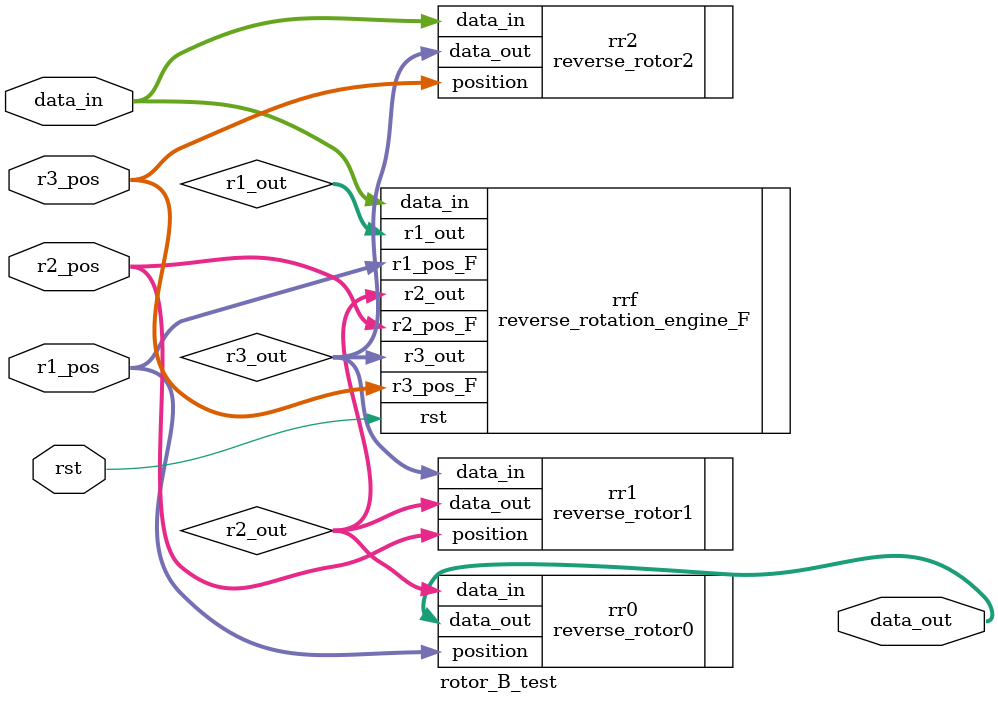
<source format=v>
`timescale 1ns / 1ps


module rotor_B_test(
input rst,
input [4:0] data_in,        
input [4:0]r1_pos,
input [4:0]r2_pos,
input [4:0]r3_pos,
    output [4:0]data_out
    );
  
    wire [4:0]r1_out;
    wire [4:0]r2_out;
    wire [4:0]r3_out;
    
    reverse_rotation_engine_F rrf(.data_in(data_in),.rst(rst),.r1_pos_F(r1_pos),.r2_pos_F(r2_pos),
    .r3_pos_F(r3_pos),.r1_out(r1_out),.r2_out(r2_out),.r3_out(r3_out));
    reverse_rotor2 rr2(.data_in(data_in),.data_out(r3_out),.position(r3_pos));
    reverse_rotor1 rr1(.data_in(r3_out),.data_out(r2_out),.position(r2_pos));
    reverse_rotor0 rr0(.data_in(r2_out),.data_out(data_out),.position(r1_pos));
endmodule

</source>
